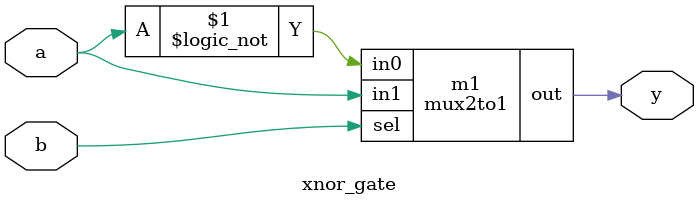
<source format=v>
module mux2to1 (
    input  sel,
    input  in0,
    input  in1,
    output out
);
    assign out = sel ? in1 : in0;
endmodule

module xnor_gate(input a,
                input b,
                output wire y);
  
  mux2to1 m1 (.sel(b), .in0(!a), .in1(a), .out(y));
  
endmodule

</source>
